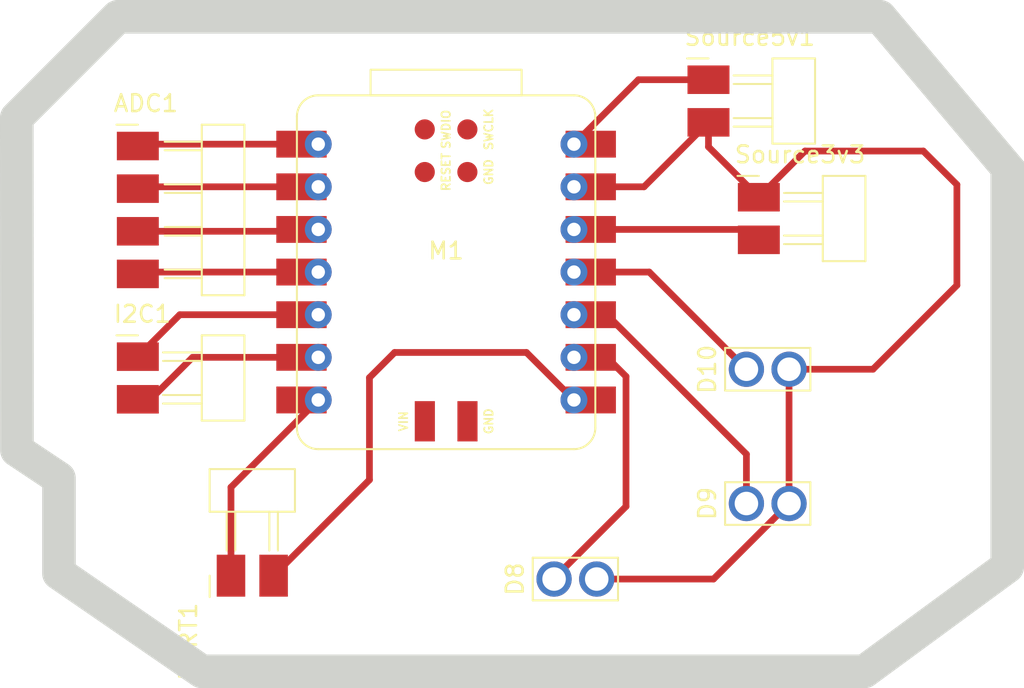
<source format=kicad_pcb>
(kicad_pcb (version 20241229) (generator "pcbnew") (generator_version "9.0")
  (layers (0 "F.Cu" signal) (2 "B.Cu" signal) (13 "F.Paste" user) (15 "B.Paste" user) (5 "F.SilkS" user "F.Silkscreen") (7 "B.SilkS" user "B.Silkscreen") (1 "F.Mask" user) (3 "B.Mask" user) (25 "Edge.Cuts" user))
  (net 0 "")
  (net 1 "ADC4")
  (net 2 "ADC2")
  (net 3 "ADC3")
  (net 4 "ADC1")
  (net 5 "GND")
  (net 6 "D8")
  (net 7 "D9")
  (net 8 "D10")
  (net 9 "SCL")
  (net 10 "SDA")
  (net 11 "RX")
  (net 12 "TX")
  (net 13 "PWR_5V")
  (net 15 "PWR_3V3")
  (footprint "fab:SeeedStudio_XIAO_RP2040" (layer "F.Cu") (at 135.565 51.71)
    (property "Reference" "M1" (at 0 -1.27 0) (layer "F.SilkS"))
    (property "Value" "Module_XIAO-RP2040")
    (fp_line (start -8.8875 9.281) (end -8.8875 -9.261) (stroke (width 0.12)) (layer "F.SilkS"))
    (fp_line (start -7.6175 -10.531) (end 7.6225 -10.531) (stroke (width 0.12)) (layer "F.SilkS"))
    (fp_line (start 7.6225 10.551) (end -7.6175 10.551) (stroke (width 0.12)) (layer "F.SilkS"))
    (fp_line (start 8.8925 -9.261) (end 8.8925 9.281) (stroke (width 0.12)) (layer "F.SilkS"))
    (fp_rect (start -4.4975 -10.531) (end 4.5025 -12.055) (stroke (width 0.12)) (fill no) (layer "F.SilkS"))
    (fp_arc (start -8.8875 -9.261) (mid -8.515526 -10.159026) (end -7.6175 -10.531) (stroke (width 0.12)) (layer "F.SilkS"))
    (fp_arc (start -7.6175 10.551) (mid -8.515526 10.179026) (end -8.8875 9.281) (stroke (width 0.12)) (layer "F.SilkS"))
    (fp_arc (start 7.6225 -10.531) (mid 8.520526 -10.159026) (end 8.8925 -9.261) (stroke (width 0.12)) (layer "F.SilkS"))
    (fp_arc (start 8.8925 9.281) (mid 8.520526 10.179026) (end 7.6225 10.551) (stroke (width 0.12)) (layer "F.SilkS"))
    (fp_text user "SWCLK" (at 2.54 -8.5 90) (layer "F.SilkS") (effects (font (size 0.5 0.5) (thickness 0.1) (bold yes))))
    (fp_text user "GND" (at 2.545 8.89 90) (layer "F.SilkS") (effects (font (size 0.5 0.5) (thickness 0.1) (bold yes))))
    (fp_text user "RESET" (at 0 -5.96 90) (layer "F.SilkS") (effects (font (size 0.5 0.5) (thickness 0.1) (bold yes))))
    (fp_text user "SWDIO" (at 0 -8.5 90) (layer "F.SilkS") (effects (font (size 0.5 0.5) (thickness 0.1) (bold yes))))
    (fp_text user "GND" (at 2.54 -5.96 90) (layer "F.SilkS") (effects (font (size 0.5 0.5) (thickness 0.1) (bold yes))))
    (fp_text user "VIN" (at -2.535 8.89 90) (layer "F.SilkS") (effects (font (size 0.5 0.5) (thickness 0.1) (bold yes))))
    (pad "1" thru_hole circle (at -7.615 -7.62) (size 1.6 1.6) (drill 0.8) (layers "*.Cu" "*.Mask") (net 4 "ADC1"))
    (pad "1" smd rect (at -7.615 -7.62) (size 3 1.6) (drill (offset -1 0)) (layers "F.Cu" "F.Mask" "F.Paste") (net 4 "ADC1"))
    (pad "2" thru_hole circle (at -7.615 -5.08) (size 1.6 1.6) (drill 0.8) (layers "*.Cu" "*.Mask") (net 2 "ADC2"))
    (pad "2" smd rect (at -7.615 -5.08) (size 3 1.6) (drill (offset -1 0)) (layers "F.Cu" "F.Mask" "F.Paste") (net 2 "ADC2"))
    (pad "3" thru_hole circle (at -7.615 -2.54) (size 1.6 1.6) (drill 0.8) (layers "*.Cu" "*.Mask") (net 3 "ADC3"))
    (pad "3" smd rect (at -7.615 -2.54) (size 3 1.6) (drill (offset -1 0)) (layers "F.Cu" "F.Mask" "F.Paste") (net 3 "ADC3"))
    (pad "4" thru_hole circle (at -7.615 0) (size 1.6 1.6) (drill 0.8) (layers "*.Cu" "*.Mask") (net 1 "ADC4"))
    (pad "4" smd rect (at -7.615 0) (size 3 1.6) (drill (offset -1 0)) (layers "F.Cu" "F.Mask" "F.Paste") (net 1 "ADC4"))
    (pad "5" thru_hole circle (at -7.615 2.54) (size 1.6 1.6) (drill 0.8) (layers "*.Cu" "*.Mask") (net 10 "SDA"))
    (pad "5" smd rect (at -7.615 2.54) (size 3 1.6) (drill (offset -1 0)) (layers "F.Cu" "F.Mask" "F.Paste") (net 10 "SDA"))
    (pad "6" thru_hole circle (at -7.615 5.08) (size 1.6 1.6) (drill 0.8) (layers "*.Cu" "*.Mask") (net 9 "SCL"))
    (pad "6" smd rect (at -7.615 5.08) (size 3 1.6) (drill (offset -1 0)) (layers "F.Cu" "F.Mask" "F.Paste") (net 9 "SCL"))
    (pad "7" thru_hole circle (at -7.615 7.62) (size 1.6 1.6) (drill 0.8) (layers "*.Cu" "*.Mask") (net 12 "TX"))
    (pad "7" smd rect (at -7.615 7.62) (size 3 1.6) (drill (offset -1 0)) (layers "F.Cu" "F.Mask" "F.Paste") (net 12 "TX"))
    (pad "8" thru_hole circle (at 7.62 7.62) (size 1.6 1.6) (drill 0.8) (layers "*.Cu" "*.Mask") (net 11 "RX"))
    (pad "8" smd rect (at 7.62 7.62) (size 3 1.6) (drill (offset 1 0)) (layers "F.Cu" "F.Mask" "F.Paste") (net 11 "RX"))
    (pad "9" thru_hole circle (at 7.62 5.08) (size 1.6 1.6) (drill 0.8) (layers "*.Cu" "*.Mask") (net 6 "D8"))
    (pad "9" smd rect (at 7.62 5.08) (size 3 1.6) (drill (offset 1 0)) (layers "F.Cu" "F.Mask" "F.Paste") (net 6 "D8"))
    (pad "10" thru_hole circle (at 7.62 2.54) (size 1.6 1.6) (drill 0.8) (layers "*.Cu" "*.Mask") (net 7 "D9"))
    (pad "10" smd rect (at 7.62 2.54) (size 3 1.6) (drill (offset 1 0)) (layers "F.Cu" "F.Mask" "F.Paste") (net 7 "D9"))
    (pad "11" thru_hole circle (at 7.62 0) (size 1.6 1.6) (drill 0.8) (layers "*.Cu" "*.Mask") (net 8 "D10"))
    (pad "11" smd rect (at 7.62 0) (size 3 1.6) (drill (offset 1 0)) (layers "F.Cu" "F.Mask" "F.Paste") (net 8 "D10"))
    (pad "12" thru_hole circle (at 7.62 -2.54) (size 1.6 1.6) (drill 0.8) (layers "*.Cu" "*.Mask") (net 15 "PWR_3V3"))
    (pad "12" smd rect (at 7.62 -2.54) (size 3 1.6) (drill (offset 1 0)) (layers "F.Cu" "F.Mask" "F.Paste") (net 15 "PWR_3V3"))
    (pad "13" thru_hole circle (at 7.62 -5.08) (size 1.6 1.6) (drill 0.8) (layers "*.Cu" "*.Mask") (net 5 "GND"))
    (pad "13" smd rect (at 7.62 -5.08) (size 3 1.6) (drill (offset 1 0)) (layers "F.Cu" "F.Mask" "F.Paste") (net 5 "GND"))
    (pad "14" thru_hole circle (at 7.62 -7.62) (size 1.6 1.6) (drill 0.8) (layers "*.Cu" "*.Mask") (net 13 "PWR_5V"))
    (pad "14" smd rect (at 7.62 -7.62) (size 3 1.6) (drill (offset 1 0)) (layers "F.Cu" "F.Mask" "F.Paste") (net 13 "PWR_5V"))
    (pad "15" smd rect (at 1.275 8.89 270) (size 2.4 1.2) (layers "F.Cu" "F.Mask" "F.Paste"))
    (pad "16" smd rect (at -1.265 8.89 270) (size 2.4 1.2) (layers "F.Cu" "F.Mask" "F.Paste"))
    (pad "17" smd circle (at -1.27 -8.5) (size 1.2 1.2) (layers "F.Cu" "F.Mask" "F.Paste"))
    (pad "18" smd circle (at -1.27 -5.96) (size 1.2 1.2) (layers "F.Cu" "F.Mask" "F.Paste"))
    (pad "19" smd circle (at 1.27 -5.96) (size 1.2 1.2) (layers "F.Cu" "F.Mask" "F.Paste"))
    (pad "20" smd circle (at 1.27 -8.5) (size 1.2 1.2) (layers "F.Cu" "F.Mask" "F.Paste"))
  )
  (footprint "fab:PinHeader_01x02_P2.54mm_Horizontal_SMD" (layer "F.Cu") (at 122.75 69.8 90)
    (property "Reference" "UART1" (at -1.524 -2.54 90) (layer "F.SilkS") (effects (justify right)))
    (property "Value" "PinHeader_01x02_P2.54mm_Horizontal_SMD" (hide yes))
    (fp_line (start 6.35 -1.27) (end 6.35 3.81) (stroke (width 0.12)) (layer "F.SilkS"))
    (fp_line (start 3.81 -1.27) (end 6.35 -1.27) (stroke (width 0.12)) (layer "F.SilkS"))
    (fp_line (start -1.27 -1.27) (end 0 -1.27) (stroke (width 0.12)) (layer "F.SilkS"))
    (fp_line (start 3.81 -0.254) (end 1.5 -0.254) (stroke (width 0.12)) (layer "F.SilkS"))
    (fp_line (start 3.81 0.254) (end 1.5 0.254) (stroke (width 0.12)) (layer "F.SilkS"))
    (fp_line (start 3.81 2.286) (end 1.5 2.286) (stroke (width 0.12)) (layer "F.SilkS"))
    (fp_line (start 3.81 2.794) (end 1.5 2.794) (stroke (width 0.12)) (layer "F.SilkS"))
    (fp_line (start 6.35 3.81) (end 3.81 3.81) (stroke (width 0.12)) (layer "F.SilkS"))
    (fp_line (start 3.81 3.81) (end 3.81 -1.27) (stroke (width 0.12)) (layer "F.SilkS"))
    (pad "1" smd rect (at 0 0 90) (size 2.5 1.7) (layers "F.Cu" "F.Mask" "F.Paste") (net 12 "TX"))
    (pad "2" smd rect (at 0 2.54 90) (size 2.5 1.7) (layers "F.Cu" "F.Mask" "F.Paste") (net 11 "RX"))
  )
  (footprint "fab:PinHeader_01x02_P2.54mm_Vertical_THT_D1.4mm" (layer "F.Cu") (at 153.46 65.5 90)
    (property "Reference" "D9" (at 0 -2.33 90) (layer "F.SilkS"))
    (property "Value" "PinHeader_01x02_P2.54mm_Vertical_THT_D1.4mm" (hide yes))
    (fp_line (start 1.27 -1.27) (end 1.27 3.81) (stroke (width 0.12)) (layer "F.SilkS"))
    (fp_line (start -1.27 -1.27) (end 1.27 -1.27) (stroke (width 0.12)) (layer "F.SilkS"))
    (fp_line (start -1.27 -1.27) (end -1.27 3.81) (stroke (width 0.12)) (layer "F.SilkS"))
    (fp_line (start -1.27 3.81) (end 1.27 3.81) (stroke (width 0.12)) (layer "F.SilkS"))
    (pad "1" thru_hole circle (at 0 0 90) (size 2.1 2.1) (drill 1.4) (layers "*.Cu" "*.Mask") (net 7 "D9"))
    (pad "2" thru_hole circle (at 0 2.54 90) (size 2.1 2.1) (drill 1.4) (layers "*.Cu" "*.Mask") (net 5 "GND"))
  )
  (footprint "fab:PinHeader_01x02_P2.54mm_Vertical_THT_D1.4mm" (layer "F.Cu") (at 153.46 57.5 90)
    (property "Reference" "D10" (at 0 -2.33 90) (layer "F.SilkS"))
    (property "Value" "PinHeader_01x02_P2.54mm_Vertical_THT_D1.4mm" (hide yes))
    (fp_line (start 1.27 -1.27) (end 1.27 3.81) (stroke (width 0.12)) (layer "F.SilkS"))
    (fp_line (start -1.27 -1.27) (end 1.27 -1.27) (stroke (width 0.12)) (layer "F.SilkS"))
    (fp_line (start -1.27 -1.27) (end -1.27 3.81) (stroke (width 0.12)) (layer "F.SilkS"))
    (fp_line (start -1.27 3.81) (end 1.27 3.81) (stroke (width 0.12)) (layer "F.SilkS"))
    (pad "1" thru_hole circle (at 0 0 90) (size 2.1 2.1) (drill 1.4) (layers "*.Cu" "*.Mask") (net 8 "D10"))
    (pad "2" thru_hole circle (at 0 2.54 90) (size 2.1 2.1) (drill 1.4) (layers "*.Cu" "*.Mask") (net 5 "GND"))
  )
  (footprint "fab:PinHeader_01x02_P2.54mm_Horizontal_SMD" (layer "F.Cu") (at 117.2 56.75)
    (property "Reference" "I2C1" (at -1.524 -2.54 180) (layer "F.SilkS") (effects (justify left)))
    (property "Value" "PinHeader_01x02_P2.54mm_Horizontal_SMD" (hide yes))
    (fp_line (start -1.27 -1.27) (end 0 -1.27) (stroke (width 0.12)) (layer "F.SilkS"))
    (fp_line (start 3.81 -1.27) (end 6.35 -1.27) (stroke (width 0.12)) (layer "F.SilkS"))
    (fp_line (start 3.81 -0.254) (end 1.5 -0.254) (stroke (width 0.12)) (layer "F.SilkS"))
    (fp_line (start 3.81 0.254) (end 1.5 0.254) (stroke (width 0.12)) (layer "F.SilkS"))
    (fp_line (start 3.81 2.286) (end 1.5 2.286) (stroke (width 0.12)) (layer "F.SilkS"))
    (fp_line (start 3.81 2.794) (end 1.5 2.794) (stroke (width 0.12)) (layer "F.SilkS"))
    (fp_line (start 3.81 3.81) (end 3.81 -1.27) (stroke (width 0.12)) (layer "F.SilkS"))
    (fp_line (start 6.35 -1.27) (end 6.35 3.81) (stroke (width 0.12)) (layer "F.SilkS"))
    (fp_line (start 6.35 3.81) (end 3.81 3.81) (stroke (width 0.12)) (layer "F.SilkS"))
    (pad "1" smd rect (at 0 0) (size 2.5 1.7) (layers "F.Cu" "F.Mask" "F.Paste") (net 10 "SDA"))
    (pad "2" smd rect (at 0 2.54) (size 2.5 1.7) (layers "F.Cu" "F.Mask" "F.Paste") (net 9 "SCL"))
  )
  (footprint "fab:PinHeader_01x02_P2.54mm_Horizontal_SMD" (layer "F.Cu") (at 151.2 40.25)
    (property "Reference" "Source5v1" (at -1.524 -2.54 180) (layer "F.SilkS") (effects (justify left)))
    (property "Value" "PinHeader_01x02_P2.54mm_Horizontal_SMD" (hide yes))
    (fp_line (start -1.27 -1.27) (end 0 -1.27) (stroke (width 0.12)) (layer "F.SilkS"))
    (fp_line (start 3.81 -1.27) (end 6.35 -1.27) (stroke (width 0.12)) (layer "F.SilkS"))
    (fp_line (start 3.81 -0.254) (end 1.5 -0.254) (stroke (width 0.12)) (layer "F.SilkS"))
    (fp_line (start 3.81 0.254) (end 1.5 0.254) (stroke (width 0.12)) (layer "F.SilkS"))
    (fp_line (start 3.81 2.286) (end 1.5 2.286) (stroke (width 0.12)) (layer "F.SilkS"))
    (fp_line (start 3.81 2.794) (end 1.5 2.794) (stroke (width 0.12)) (layer "F.SilkS"))
    (fp_line (start 3.81 3.81) (end 3.81 -1.27) (stroke (width 0.12)) (layer "F.SilkS"))
    (fp_line (start 6.35 -1.27) (end 6.35 3.81) (stroke (width 0.12)) (layer "F.SilkS"))
    (fp_line (start 6.35 3.81) (end 3.81 3.81) (stroke (width 0.12)) (layer "F.SilkS"))
    (pad "1" smd rect (at 0 0) (size 2.5 1.7) (layers "F.Cu" "F.Mask" "F.Paste") (net 13 "PWR_5V"))
    (pad "2" smd rect (at 0 2.54) (size 2.5 1.7) (layers "F.Cu" "F.Mask" "F.Paste") (net 5 "GND"))
  )
  (footprint "fab:PinHeader_01x02_P2.54mm_Horizontal_SMD" (layer "F.Cu") (at 154.2 47.25)
    (property "Reference" "Source3v3" (at -1.524 -2.54 180) (layer "F.SilkS") (effects (justify left)))
    (property "Value" "PinHeader_01x02_P2.54mm_Horizontal_SMD" (hide yes))
    (fp_line (start -1.27 -1.27) (end 0 -1.27) (stroke (width 0.12)) (layer "F.SilkS"))
    (fp_line (start 3.81 -1.27) (end 6.35 -1.27) (stroke (width 0.12)) (layer "F.SilkS"))
    (fp_line (start 3.81 -0.254) (end 1.5 -0.254) (stroke (width 0.12)) (layer "F.SilkS"))
    (fp_line (start 3.81 0.254) (end 1.5 0.254) (stroke (width 0.12)) (layer "F.SilkS"))
    (fp_line (start 3.81 2.286) (end 1.5 2.286) (stroke (width 0.12)) (layer "F.SilkS"))
    (fp_line (start 3.81 2.794) (end 1.5 2.794) (stroke (width 0.12)) (layer "F.SilkS"))
    (fp_line (start 3.81 3.81) (end 3.81 -1.27) (stroke (width 0.12)) (layer "F.SilkS"))
    (fp_line (start 6.35 -1.27) (end 6.35 3.81) (stroke (width 0.12)) (layer "F.SilkS"))
    (fp_line (start 6.35 3.81) (end 3.81 3.81) (stroke (width 0.12)) (layer "F.SilkS"))
    (pad "1" smd rect (at 0 0) (size 2.5 1.7) (layers "F.Cu" "F.Mask" "F.Paste") (net 5 "GND"))
    (pad "2" smd rect (at 0 2.54) (size 2.5 1.7) (layers "F.Cu" "F.Mask" "F.Paste") (net 15 "PWR_3V3"))
  )
  (footprint "fab:PinHeader_01x04_P2.54mm_Horizontal_SMD" (layer "F.Cu") (at 117.2 44.2)
    (property "Reference" "ADC1" (at -1.524 -2.54 180) (layer "F.SilkS") (effects (justify left)))
    (property "Value" "PinHeader_01x04_P2.54mm_Horizontal_SMD" (hide yes))
    (fp_line (start -1.27 -1.27) (end 0 -1.27) (stroke (width 0.12)) (layer "F.SilkS"))
    (fp_line (start 3.81 -1.27) (end 6.35 -1.27) (stroke (width 0.12)) (layer "F.SilkS"))
    (fp_line (start 3.81 -0.254) (end 1.6 -0.254) (stroke (width 0.12)) (layer "F.SilkS"))
    (fp_line (start 3.81 0.254) (end 1.6 0.254) (stroke (width 0.12)) (layer "F.SilkS"))
    (fp_line (start 3.81 2.286) (end 1.6 2.286) (stroke (width 0.12)) (layer "F.SilkS"))
    (fp_line (start 3.81 2.794) (end 1.6 2.794) (stroke (width 0.12)) (layer "F.SilkS"))
    (fp_line (start 3.81 4.826) (end 1.6 4.826) (stroke (width 0.12)) (layer "F.SilkS"))
    (fp_line (start 3.81 5.334) (end 1.6 5.334) (stroke (width 0.12)) (layer "F.SilkS"))
    (fp_line (start 3.81 7.366) (end 1.6 7.366) (stroke (width 0.12)) (layer "F.SilkS"))
    (fp_line (start 3.81 7.874) (end 1.6 7.874) (stroke (width 0.12)) (layer "F.SilkS"))
    (fp_line (start 3.81 8.89) (end 3.81 -1.27) (stroke (width 0.12)) (layer "F.SilkS"))
    (fp_line (start 6.35 -1.27) (end 6.35 8.89) (stroke (width 0.12)) (layer "F.SilkS"))
    (fp_line (start 6.35 8.89) (end 3.81 8.89) (stroke (width 0.12)) (layer "F.SilkS"))
    (pad "1" smd rect (at 0 0) (size 2.5 1.7) (layers "F.Cu" "F.Mask" "F.Paste") (net 4 "ADC1"))
    (pad "2" smd rect (at 0 2.54) (size 2.5 1.7) (layers "F.Cu" "F.Mask" "F.Paste") (net 2 "ADC2"))
    (pad "3" smd rect (at 0 5.08) (size 2.5 1.7) (layers "F.Cu" "F.Mask" "F.Paste") (net 3 "ADC3"))
    (pad "4" smd rect (at 0 7.62) (size 2.5 1.7) (layers "F.Cu" "F.Mask" "F.Paste") (net 1 "ADC4"))
  )
  (footprint "fab:PinHeader_01x02_P2.54mm_Vertical_THT_D1.4mm" (layer "F.Cu") (at 142 70 90)
    (property "Reference" "D8" (at 0 -2.33 90) (layer "F.SilkS"))
    (property "Value" "PinHeader_01x02_P2.54mm_Vertical_THT_D1.4mm" (hide yes))
    (fp_line (start 1.27 -1.27) (end 1.27 3.81) (stroke (width 0.12)) (layer "F.SilkS"))
    (fp_line (start -1.27 -1.27) (end 1.27 -1.27) (stroke (width 0.12)) (layer "F.SilkS"))
    (fp_line (start -1.27 -1.27) (end -1.27 3.81) (stroke (width 0.12)) (layer "F.SilkS"))
    (fp_line (start -1.27 3.81) (end 1.27 3.81) (stroke (width 0.12)) (layer "F.SilkS"))
    (pad "1" thru_hole circle (at 0 0 90) (size 2.1 2.1) (drill 1.4) (layers "*.Cu" "*.Mask") (net 6 "D8"))
    (pad "2" thru_hole circle (at 0 2.54 90) (size 2.1 2.1) (drill 1.4) (layers "*.Cu" "*.Mask") (net 5 "GND"))
  )
  (gr_poly (pts (xy 161.421052 36.5) (xy 116 36.5) (xy 109.987817 42.512183) (xy 109.998795 62.32699) (xy 112.5 63.994615) (xy 112.5 69.656249) (xy 121 75.5) (xy 160.5 75.5) (xy 169 69.266666) (xy 169 45.5)) (stroke (width 2)) (fill no) (layer "Edge.Cuts"))
  (segment (start 127.95 51.71) (end 117.31 51.71) (width 0.4) (layer "F.Cu") (net 1))
  (segment (start 117.31 51.71) (end 117.2 51.82) (width 0.4) (layer "F.Cu") (net 1))
  (segment (start 127.95 46.63) (end 117.31 46.63) (width 0.4) (layer "F.Cu") (net 2))
  (segment (start 117.31 46.63) (end 117.2 46.74) (width 0.4) (layer "F.Cu") (net 2))
  (segment (start 125.72 49.28) (end 117.2 49.28) (width 0.4) (layer "F.Cu") (net 3))
  (segment (start 127.95 49.17) (end 125.83 49.17) (width 0.4) (layer "F.Cu") (net 3))
  (segment (start 125.83 49.17) (end 125.72 49.28) (width 0.4) (layer "F.Cu") (net 3))
  (segment (start 117.31 44.09) (end 117.2 44.2) (width 0.4) (layer "F.Cu") (net 4))
  (segment (start 127.95 44.09) (end 117.31 44.09) (width 0.4) (layer "F.Cu") (net 4))
  (segment (start 156 65.5) (end 156 57.5) (width 0.4) (layer "F.Cu") (net 5))
  (segment (start 144.5 70) (end 151.5 70) (width 0.4) (layer "F.Cu") (net 5))
  (segment (start 143.185 46.63) (end 147.36 46.63) (width 0.4) (layer "F.Cu") (net 5))
  (segment (start 151.2 44.25) (end 154.2 47.25) (width 0.4) (layer "F.Cu") (net 5))
  (segment (start 147.36 46.63) (end 151.2 42.79) (width 0.4) (layer "F.Cu") (net 5))
  (segment (start 156.95 44.5) (end 164 44.5) (width 0.4) (layer "F.Cu") (net 5))
  (segment (start 166 46.5) (end 166 52.5) (width 0.4) (layer "F.Cu") (net 5))
  (segment (start 156 57.5) (end 161 57.5) (width 0.4) (layer "F.Cu") (net 5))
  (segment (start 156.95 44.5) (end 154.2 47.25) (width 0.4) (layer "F.Cu") (net 5))
  (segment (start 161 57.5) (end 166 52.5) (width 0.4) (layer "F.Cu") (net 5))
  (segment (start 164 44.5) (end 166 46.5) (width 0.4) (layer "F.Cu") (net 5))
  (segment (start 151.2 42.79) (end 151.2 44.25) (width 0.4) (layer "F.Cu") (net 5))
  (segment (start 151.5 70) (end 156 65.5) (width 0.4) (layer "F.Cu") (net 5))
  (segment (start 146.286 57.929) (end 145.147 56.79) (width 0.4) (layer "F.Cu") (net 6))
  (segment (start 146.286 65.674) (end 146.286 57.929) (width 0.4) (layer "F.Cu") (net 6))
  (segment (start 145.147 56.79) (end 143.185 56.79) (width 0.4) (layer "F.Cu") (net 6))
  (segment (start 141.96 70) (end 146.286 65.674) (width 0.4) (layer "F.Cu") (net 6))
  (segment (start 145.147 54.25) (end 153.46 62.563) (width 0.4) (layer "F.Cu") (net 7))
  (segment (start 143.185 54.25) (end 145.147 54.25) (width 0.4) (layer "F.Cu") (net 7))
  (segment (start 153.46 62.563) (end 153.46 65.5) (width 0.4) (layer "F.Cu") (net 7))
  (segment (start 147.67 51.71) (end 153.46 57.5) (width 0.4) (layer "F.Cu") (net 8))
  (segment (start 143.185 51.71) (end 147.67 51.71) (width 0.4) (layer "F.Cu") (net 8))
  (segment (start 127.95 56.79) (end 120.462 56.79) (width 0.4) (layer "F.Cu") (net 9))
  (segment (start 120.462 56.79) (end 117.962 59.29) (width 0.4) (layer "F.Cu") (net 9))
  (segment (start 117.962 59.29) (end 117.2 59.29) (width 0.4) (layer "F.Cu") (net 9))
  (segment (start 127.95 54.25) (end 119.7 54.25) (width 0.4) (layer "F.Cu") (net 10))
  (segment (start 119.7 54.25) (end 117.2 56.75) (width 0.4) (layer "F.Cu") (net 10))
  (segment (start 131 64.09) (end 131 58) (width 0.4) (layer "F.Cu") (net 11))
  (segment (start 125.29 69.8) (end 131 64.09) (width 0.4) (layer "F.Cu") (net 11))
  (segment (start 131 58) (end 132.5 56.5) (width 0.4) (layer "F.Cu") (net 11))
  (segment (start 140.355 56.5) (end 143.185 59.33) (width 0.4) (layer "F.Cu") (net 11))
  (segment (start 132.5 56.5) (end 140.355 56.5) (width 0.4) (layer "F.Cu") (net 11))
  (segment (start 127.95 59.33) (end 122.75 64.53) (width 0.4) (layer "F.Cu") (net 12))
  (segment (start 122.75 64.53) (end 122.75 69.8) (width 0.4) (layer "F.Cu") (net 12))
  (segment (start 147.025 40.25) (end 151.2 40.25) (width 0.4) (layer "F.Cu") (net 13))
  (segment (start 143.185 44.09) (end 147.025 40.25) (width 0.4) (layer "F.Cu") (net 13))
  (segment (start 153.58 49.17) (end 154.2 49.79) (width 0.4) (layer "F.Cu") (net 15))
  (segment (start 143.185 49.17) (end 153.58 49.17) (width 0.4) (layer "F.Cu") (net 15))
)
</source>
